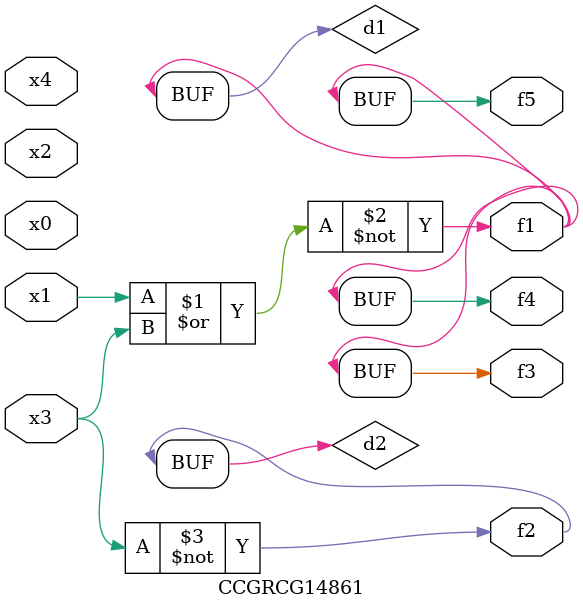
<source format=v>
module CCGRCG14861(
	input x0, x1, x2, x3, x4,
	output f1, f2, f3, f4, f5
);

	wire d1, d2;

	nor (d1, x1, x3);
	not (d2, x3);
	assign f1 = d1;
	assign f2 = d2;
	assign f3 = d1;
	assign f4 = d1;
	assign f5 = d1;
endmodule

</source>
